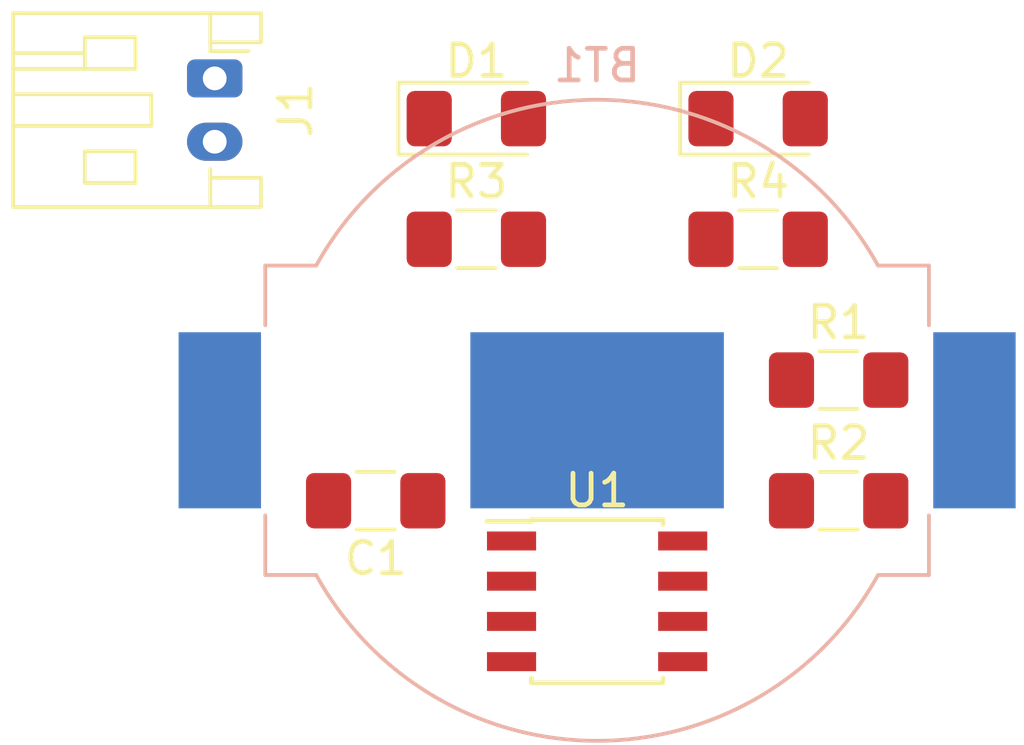
<source format=kicad_pcb>
(kicad_pcb (version 20190331) (host pcbnew "5.1.0-unknown-03bce55~82~ubuntu18.04.1")

  (general
    (thickness 1.6)
    (drawings 0)
    (tracks 0)
    (modules 10)
    (nets 11)
  )

  (page "A4")
  (layers
    (0 "Top" signal)
    (31 "Bottom" signal)
    (34 "B.Paste" user)
    (35 "F.Paste" user)
    (36 "B.SilkS" user)
    (37 "F.SilkS" user)
    (38 "B.Mask" user)
    (39 "F.Mask" user)
    (40 "Dwgs.User" user)
    (41 "Cmts.User" user)
    (42 "Eco1.User" user)
    (43 "Eco2.User" user)
    (44 "Edge.Cuts" user)
    (45 "Margin" user)
    (46 "B.CrtYd" user)
    (47 "F.CrtYd" user)
  )

  (setup
    (last_trace_width 0.1524)
    (trace_clearance 0.1524)
    (zone_clearance 0.508)
    (zone_45_only no)
    (trace_min 0.1524)
    (via_size 0.508)
    (via_drill 0.254)
    (via_min_size 0.508)
    (via_min_drill 0.254)
    (uvia_size 0.508)
    (uvia_drill 0.254)
    (uvias_allowed no)
    (uvia_min_size 0.2)
    (uvia_min_drill 0.1)
    (edge_width 0.15)
    (segment_width 0.2)
    (pcb_text_width 0.3)
    (pcb_text_size 1.5 1.5)
    (mod_edge_width 0.15)
    (mod_text_size 1 1)
    (mod_text_width 0.15)
    (pad_size 1.524 1.524)
    (pad_drill 0.762)
    (pad_to_mask_clearance 0.0508)
    (aux_axis_origin 0 0)
    (visible_elements FFFFFF7F)
    (pcbplotparams
      (layerselection 0x010fc_ffffffff)
      (usegerberextensions false)
      (usegerberattributes false)
      (usegerberadvancedattributes false)
      (creategerberjobfile false)
      (excludeedgelayer true)
      (linewidth 0.100000)
      (plotframeref false)
      (viasonmask false)
      (mode 1)
      (useauxorigin false)
      (hpglpennumber 1)
      (hpglpenspeed 20)
      (hpglpendiameter 15.000000)
      (psnegative false)
      (psa4output false)
      (plotreference true)
      (plotvalue true)
      (plotinvisibletext false)
      (padsonsilk false)
      (subtractmaskfromsilk false)
      (outputformat 1)
      (mirror false)
      (drillshape 1)
      (scaleselection 1)
      (outputdirectory ""))
  )

  (net 0 "")
  (net 1 "Net-(C1-Pad2)")
  (net 2 "GND")
  (net 3 "Net-(D1-Pad2)")
  (net 4 "Net-(D1-Pad1)")
  (net 5 "Net-(D2-Pad1)")
  (net 6 "+3V3")
  (net 7 "Net-(R1-Pad2)")
  (net 8 "Net-(U1-Pad5)")
  (net 9 "Net-(BT1-Pad1)")
  (net 10 "Net-(BT1-Pad2)")

  (net_class "Default" "This is the default net class."
    (clearance 0.1524)
    (trace_width 0.1524)
    (via_dia 0.508)
    (via_drill 0.254)
    (uvia_dia 0.508)
    (uvia_drill 0.254)
    (diff_pair_width 0.1524)
    (diff_pair_gap 0.1524)
    (add_net "+3V3")
    (add_net "GND")
    (add_net "Net-(BT1-Pad1)")
    (add_net "Net-(BT1-Pad2)")
    (add_net "Net-(C1-Pad2)")
    (add_net "Net-(D1-Pad1)")
    (add_net "Net-(D1-Pad2)")
    (add_net "Net-(D2-Pad1)")
    (add_net "Net-(R1-Pad2)")
    (add_net "Net-(U1-Pad5)")
  )

  (module "Package_SO:SOIC-8_3.9x4.9mm_P1.27mm" (layer "Top") (tedit 5A02F2D3) (tstamp 5CB5EAA1)
    (at 172.085 102.87)
    (descr "8-Lead Plastic Small Outline (SN) - Narrow, 3.90 mm Body [SOIC] (see Microchip Packaging Specification http://ww1.microchip.com/downloads/en/PackagingSpec/00000049BQ.pdf)")
    (tags "SOIC 1.27")
    (path "/5CB43957")
    (attr smd)
    (fp_text reference "U1" (at 0 -3.5) (layer "F.SilkS")
      (effects (font (size 1 1) (thickness 0.15)))
    )
    (fp_text value "LM555" (at 0 3.5) (layer "F.Fab")
      (effects (font (size 1 1) (thickness 0.15)))
    )
    (fp_line (start -2.075 -2.525) (end -3.475 -2.525) (layer "F.SilkS") (width 0.15))
    (fp_line (start -2.075 2.575) (end 2.075 2.575) (layer "F.SilkS") (width 0.15))
    (fp_line (start -2.075 -2.575) (end 2.075 -2.575) (layer "F.SilkS") (width 0.15))
    (fp_line (start -2.075 2.575) (end -2.075 2.43) (layer "F.SilkS") (width 0.15))
    (fp_line (start 2.075 2.575) (end 2.075 2.43) (layer "F.SilkS") (width 0.15))
    (fp_line (start 2.075 -2.575) (end 2.075 -2.43) (layer "F.SilkS") (width 0.15))
    (fp_line (start -2.075 -2.575) (end -2.075 -2.525) (layer "F.SilkS") (width 0.15))
    (fp_line (start -3.73 2.7) (end 3.73 2.7) (layer "F.CrtYd") (width 0.05))
    (fp_line (start -3.73 -2.7) (end 3.73 -2.7) (layer "F.CrtYd") (width 0.05))
    (fp_line (start 3.73 -2.7) (end 3.73 2.7) (layer "F.CrtYd") (width 0.05))
    (fp_line (start -3.73 -2.7) (end -3.73 2.7) (layer "F.CrtYd") (width 0.05))
    (fp_line (start -1.95 -1.45) (end -0.95 -2.45) (layer "F.Fab") (width 0.1))
    (fp_line (start -1.95 2.45) (end -1.95 -1.45) (layer "F.Fab") (width 0.1))
    (fp_line (start 1.95 2.45) (end -1.95 2.45) (layer "F.Fab") (width 0.1))
    (fp_line (start 1.95 -2.45) (end 1.95 2.45) (layer "F.Fab") (width 0.1))
    (fp_line (start -0.95 -2.45) (end 1.95 -2.45) (layer "F.Fab") (width 0.1))
    (fp_text user "%R" (at 0 0) (layer "F.Fab")
      (effects (font (size 1 1) (thickness 0.15)))
    )
    (pad "8" smd rect (at 2.7 -1.905) (size 1.55 0.6) (layers "Top" "F.Paste" "F.Mask")
      (net 6 "+3V3"))
    (pad "7" smd rect (at 2.7 -0.635) (size 1.55 0.6) (layers "Top" "F.Paste" "F.Mask")
      (net 7 "Net-(R1-Pad2)"))
    (pad "6" smd rect (at 2.7 0.635) (size 1.55 0.6) (layers "Top" "F.Paste" "F.Mask")
      (net 1 "Net-(C1-Pad2)"))
    (pad "5" smd rect (at 2.7 1.905) (size 1.55 0.6) (layers "Top" "F.Paste" "F.Mask")
      (net 8 "Net-(U1-Pad5)"))
    (pad "4" smd rect (at -2.7 1.905) (size 1.55 0.6) (layers "Top" "F.Paste" "F.Mask")
      (net 6 "+3V3"))
    (pad "3" smd rect (at -2.7 0.635) (size 1.55 0.6) (layers "Top" "F.Paste" "F.Mask")
      (net 4 "Net-(D1-Pad1)"))
    (pad "2" smd rect (at -2.7 -0.635) (size 1.55 0.6) (layers "Top" "F.Paste" "F.Mask")
      (net 1 "Net-(C1-Pad2)"))
    (pad "1" smd rect (at -2.7 -1.905) (size 1.55 0.6) (layers "Top" "F.Paste" "F.Mask")
      (net 2 "GND"))
    (model "${KISYS3DMOD}/Package_SO.3dshapes/SOIC-8_3.9x4.9mm_P1.27mm.wrl"
      (at (xyz 0 0 0))
      (scale (xyz 1 1 1))
      (rotate (xyz 0 0 0))
    )
  )

  (module "Resistor_SMD:R_1206_3216Metric_Pad1.42x1.75mm_HandSolder" (layer "Top") (tedit 5B301BBD) (tstamp 5CB5EA84)
    (at 177.165 91.44)
    (descr "Resistor SMD 1206 (3216 Metric), square (rectangular) end terminal, IPC_7351 nominal with elongated pad for handsoldering. (Body size source: http://www.tortai-tech.com/upload/download/2011102023233369053.pdf), generated with kicad-footprint-generator")
    (tags "resistor handsolder")
    (path "/5CB50108")
    (attr smd)
    (fp_text reference "R4" (at 0 -1.82) (layer "F.SilkS")
      (effects (font (size 1 1) (thickness 0.15)))
    )
    (fp_text value "1k" (at 0 1.82) (layer "F.Fab")
      (effects (font (size 1 1) (thickness 0.15)))
    )
    (fp_text user "%R" (at 0 0) (layer "F.Fab")
      (effects (font (size 0.8 0.8) (thickness 0.12)))
    )
    (fp_line (start 2.45 1.12) (end -2.45 1.12) (layer "F.CrtYd") (width 0.05))
    (fp_line (start 2.45 -1.12) (end 2.45 1.12) (layer "F.CrtYd") (width 0.05))
    (fp_line (start -2.45 -1.12) (end 2.45 -1.12) (layer "F.CrtYd") (width 0.05))
    (fp_line (start -2.45 1.12) (end -2.45 -1.12) (layer "F.CrtYd") (width 0.05))
    (fp_line (start -0.602064 0.91) (end 0.602064 0.91) (layer "F.SilkS") (width 0.12))
    (fp_line (start -0.602064 -0.91) (end 0.602064 -0.91) (layer "F.SilkS") (width 0.12))
    (fp_line (start 1.6 0.8) (end -1.6 0.8) (layer "F.Fab") (width 0.1))
    (fp_line (start 1.6 -0.8) (end 1.6 0.8) (layer "F.Fab") (width 0.1))
    (fp_line (start -1.6 -0.8) (end 1.6 -0.8) (layer "F.Fab") (width 0.1))
    (fp_line (start -1.6 0.8) (end -1.6 -0.8) (layer "F.Fab") (width 0.1))
    (pad "2" smd roundrect (at 1.4875 0) (size 1.425 1.75) (layers "Top" "F.Paste" "F.Mask") (roundrect_rratio 0.175439)
      (net 2 "GND"))
    (pad "1" smd roundrect (at -1.4875 0) (size 1.425 1.75) (layers "Top" "F.Paste" "F.Mask") (roundrect_rratio 0.175439)
      (net 5 "Net-(D2-Pad1)"))
    (model "${KISYS3DMOD}/Resistor_SMD.3dshapes/R_1206_3216Metric.wrl"
      (at (xyz 0 0 0))
      (scale (xyz 1 1 1))
      (rotate (xyz 0 0 0))
    )
  )

  (module "Resistor_SMD:R_1206_3216Metric_Pad1.42x1.75mm_HandSolder" (layer "Top") (tedit 5B301BBD) (tstamp 5CB5EA73)
    (at 168.275 91.44)
    (descr "Resistor SMD 1206 (3216 Metric), square (rectangular) end terminal, IPC_7351 nominal with elongated pad for handsoldering. (Body size source: http://www.tortai-tech.com/upload/download/2011102023233369053.pdf), generated with kicad-footprint-generator")
    (tags "resistor handsolder")
    (path "/5CB4F2EF")
    (attr smd)
    (fp_text reference "R3" (at 0 -1.82) (layer "F.SilkS")
      (effects (font (size 1 1) (thickness 0.15)))
    )
    (fp_text value "1k" (at 0 1.82) (layer "F.Fab")
      (effects (font (size 1 1) (thickness 0.15)))
    )
    (fp_text user "%R" (at 0 0) (layer "F.Fab")
      (effects (font (size 0.8 0.8) (thickness 0.12)))
    )
    (fp_line (start 2.45 1.12) (end -2.45 1.12) (layer "F.CrtYd") (width 0.05))
    (fp_line (start 2.45 -1.12) (end 2.45 1.12) (layer "F.CrtYd") (width 0.05))
    (fp_line (start -2.45 -1.12) (end 2.45 -1.12) (layer "F.CrtYd") (width 0.05))
    (fp_line (start -2.45 1.12) (end -2.45 -1.12) (layer "F.CrtYd") (width 0.05))
    (fp_line (start -0.602064 0.91) (end 0.602064 0.91) (layer "F.SilkS") (width 0.12))
    (fp_line (start -0.602064 -0.91) (end 0.602064 -0.91) (layer "F.SilkS") (width 0.12))
    (fp_line (start 1.6 0.8) (end -1.6 0.8) (layer "F.Fab") (width 0.1))
    (fp_line (start 1.6 -0.8) (end 1.6 0.8) (layer "F.Fab") (width 0.1))
    (fp_line (start -1.6 -0.8) (end 1.6 -0.8) (layer "F.Fab") (width 0.1))
    (fp_line (start -1.6 0.8) (end -1.6 -0.8) (layer "F.Fab") (width 0.1))
    (pad "2" smd roundrect (at 1.4875 0) (size 1.425 1.75) (layers "Top" "F.Paste" "F.Mask") (roundrect_rratio 0.175439)
      (net 3 "Net-(D1-Pad2)"))
    (pad "1" smd roundrect (at -1.4875 0) (size 1.425 1.75) (layers "Top" "F.Paste" "F.Mask") (roundrect_rratio 0.175439)
      (net 6 "+3V3"))
    (model "${KISYS3DMOD}/Resistor_SMD.3dshapes/R_1206_3216Metric.wrl"
      (at (xyz 0 0 0))
      (scale (xyz 1 1 1))
      (rotate (xyz 0 0 0))
    )
  )

  (module "Resistor_SMD:R_1206_3216Metric_Pad1.42x1.75mm_HandSolder" (layer "Top") (tedit 5B301BBD) (tstamp 5CB5EA62)
    (at 179.705 99.695)
    (descr "Resistor SMD 1206 (3216 Metric), square (rectangular) end terminal, IPC_7351 nominal with elongated pad for handsoldering. (Body size source: http://www.tortai-tech.com/upload/download/2011102023233369053.pdf), generated with kicad-footprint-generator")
    (tags "resistor handsolder")
    (path "/5CB50538")
    (attr smd)
    (fp_text reference "R2" (at 0 -1.82) (layer "F.SilkS")
      (effects (font (size 1 1) (thickness 0.15)))
    )
    (fp_text value "10k" (at 0 1.82) (layer "F.Fab")
      (effects (font (size 1 1) (thickness 0.15)))
    )
    (fp_text user "%R" (at 0 0) (layer "F.Fab")
      (effects (font (size 0.8 0.8) (thickness 0.12)))
    )
    (fp_line (start 2.45 1.12) (end -2.45 1.12) (layer "F.CrtYd") (width 0.05))
    (fp_line (start 2.45 -1.12) (end 2.45 1.12) (layer "F.CrtYd") (width 0.05))
    (fp_line (start -2.45 -1.12) (end 2.45 -1.12) (layer "F.CrtYd") (width 0.05))
    (fp_line (start -2.45 1.12) (end -2.45 -1.12) (layer "F.CrtYd") (width 0.05))
    (fp_line (start -0.602064 0.91) (end 0.602064 0.91) (layer "F.SilkS") (width 0.12))
    (fp_line (start -0.602064 -0.91) (end 0.602064 -0.91) (layer "F.SilkS") (width 0.12))
    (fp_line (start 1.6 0.8) (end -1.6 0.8) (layer "F.Fab") (width 0.1))
    (fp_line (start 1.6 -0.8) (end 1.6 0.8) (layer "F.Fab") (width 0.1))
    (fp_line (start -1.6 -0.8) (end 1.6 -0.8) (layer "F.Fab") (width 0.1))
    (fp_line (start -1.6 0.8) (end -1.6 -0.8) (layer "F.Fab") (width 0.1))
    (pad "2" smd roundrect (at 1.4875 0) (size 1.425 1.75) (layers "Top" "F.Paste" "F.Mask") (roundrect_rratio 0.175439)
      (net 1 "Net-(C1-Pad2)"))
    (pad "1" smd roundrect (at -1.4875 0) (size 1.425 1.75) (layers "Top" "F.Paste" "F.Mask") (roundrect_rratio 0.175439)
      (net 7 "Net-(R1-Pad2)"))
    (model "${KISYS3DMOD}/Resistor_SMD.3dshapes/R_1206_3216Metric.wrl"
      (at (xyz 0 0 0))
      (scale (xyz 1 1 1))
      (rotate (xyz 0 0 0))
    )
  )

  (module "Resistor_SMD:R_1206_3216Metric_Pad1.42x1.75mm_HandSolder" (layer "Top") (tedit 5B301BBD) (tstamp 5CB5EA51)
    (at 179.705 95.885)
    (descr "Resistor SMD 1206 (3216 Metric), square (rectangular) end terminal, IPC_7351 nominal with elongated pad for handsoldering. (Body size source: http://www.tortai-tech.com/upload/download/2011102023233369053.pdf), generated with kicad-footprint-generator")
    (tags "resistor handsolder")
    (path "/5CB50B08")
    (attr smd)
    (fp_text reference "R1" (at 0 -1.82) (layer "F.SilkS")
      (effects (font (size 1 1) (thickness 0.15)))
    )
    (fp_text value "1k" (at 0 1.82) (layer "F.Fab")
      (effects (font (size 1 1) (thickness 0.15)))
    )
    (fp_text user "%R" (at 0 0) (layer "F.Fab")
      (effects (font (size 0.8 0.8) (thickness 0.12)))
    )
    (fp_line (start 2.45 1.12) (end -2.45 1.12) (layer "F.CrtYd") (width 0.05))
    (fp_line (start 2.45 -1.12) (end 2.45 1.12) (layer "F.CrtYd") (width 0.05))
    (fp_line (start -2.45 -1.12) (end 2.45 -1.12) (layer "F.CrtYd") (width 0.05))
    (fp_line (start -2.45 1.12) (end -2.45 -1.12) (layer "F.CrtYd") (width 0.05))
    (fp_line (start -0.602064 0.91) (end 0.602064 0.91) (layer "F.SilkS") (width 0.12))
    (fp_line (start -0.602064 -0.91) (end 0.602064 -0.91) (layer "F.SilkS") (width 0.12))
    (fp_line (start 1.6 0.8) (end -1.6 0.8) (layer "F.Fab") (width 0.1))
    (fp_line (start 1.6 -0.8) (end 1.6 0.8) (layer "F.Fab") (width 0.1))
    (fp_line (start -1.6 -0.8) (end 1.6 -0.8) (layer "F.Fab") (width 0.1))
    (fp_line (start -1.6 0.8) (end -1.6 -0.8) (layer "F.Fab") (width 0.1))
    (pad "2" smd roundrect (at 1.4875 0) (size 1.425 1.75) (layers "Top" "F.Paste" "F.Mask") (roundrect_rratio 0.175439)
      (net 7 "Net-(R1-Pad2)"))
    (pad "1" smd roundrect (at -1.4875 0) (size 1.425 1.75) (layers "Top" "F.Paste" "F.Mask") (roundrect_rratio 0.175439)
      (net 6 "+3V3"))
    (model "${KISYS3DMOD}/Resistor_SMD.3dshapes/R_1206_3216Metric.wrl"
      (at (xyz 0 0 0))
      (scale (xyz 1 1 1))
      (rotate (xyz 0 0 0))
    )
  )

  (module "Connector_JST:JST_PH_S2B-PH-K_1x02_P2.00mm_Horizontal" (layer "Top") (tedit 5B7745C6) (tstamp 5CB5EA40)
    (at 160.02 86.36 270)
    (descr "JST PH series connector, S2B-PH-K (http://www.jst-mfg.com/product/pdf/eng/ePH.pdf), generated with kicad-footprint-generator")
    (tags "connector JST PH top entry")
    (path "/5CB5A20F")
    (fp_text reference "J1" (at 1 -2.55 90) (layer "F.SilkS")
      (effects (font (size 1 1) (thickness 0.15)))
    )
    (fp_text value "Conn_01x02_Female" (at 1 7.45 90) (layer "F.Fab")
      (effects (font (size 1 1) (thickness 0.15)))
    )
    (fp_text user "%R" (at 1 2.5 90) (layer "F.Fab")
      (effects (font (size 1 1) (thickness 0.15)))
    )
    (fp_line (start 0.5 1.375) (end 0 0.875) (layer "F.Fab") (width 0.1))
    (fp_line (start -0.5 1.375) (end 0.5 1.375) (layer "F.Fab") (width 0.1))
    (fp_line (start 0 0.875) (end -0.5 1.375) (layer "F.Fab") (width 0.1))
    (fp_line (start -0.86 0.14) (end -0.86 -1.075) (layer "F.SilkS") (width 0.12))
    (fp_line (start 3.25 0.25) (end -1.25 0.25) (layer "F.Fab") (width 0.1))
    (fp_line (start 3.25 -1.35) (end 3.25 0.25) (layer "F.Fab") (width 0.1))
    (fp_line (start 3.95 -1.35) (end 3.25 -1.35) (layer "F.Fab") (width 0.1))
    (fp_line (start 3.95 6.25) (end 3.95 -1.35) (layer "F.Fab") (width 0.1))
    (fp_line (start -1.95 6.25) (end 3.95 6.25) (layer "F.Fab") (width 0.1))
    (fp_line (start -1.95 -1.35) (end -1.95 6.25) (layer "F.Fab") (width 0.1))
    (fp_line (start -1.25 -1.35) (end -1.95 -1.35) (layer "F.Fab") (width 0.1))
    (fp_line (start -1.25 0.25) (end -1.25 -1.35) (layer "F.Fab") (width 0.1))
    (fp_line (start 4.45 -1.85) (end -2.45 -1.85) (layer "F.CrtYd") (width 0.05))
    (fp_line (start 4.45 6.75) (end 4.45 -1.85) (layer "F.CrtYd") (width 0.05))
    (fp_line (start -2.45 6.75) (end 4.45 6.75) (layer "F.CrtYd") (width 0.05))
    (fp_line (start -2.45 -1.85) (end -2.45 6.75) (layer "F.CrtYd") (width 0.05))
    (fp_line (start -0.8 4.1) (end -0.8 6.36) (layer "F.SilkS") (width 0.12))
    (fp_line (start -0.3 4.1) (end -0.3 6.36) (layer "F.SilkS") (width 0.12))
    (fp_line (start 2.3 2.5) (end 3.3 2.5) (layer "F.SilkS") (width 0.12))
    (fp_line (start 2.3 4.1) (end 2.3 2.5) (layer "F.SilkS") (width 0.12))
    (fp_line (start 3.3 4.1) (end 2.3 4.1) (layer "F.SilkS") (width 0.12))
    (fp_line (start 3.3 2.5) (end 3.3 4.1) (layer "F.SilkS") (width 0.12))
    (fp_line (start -0.3 2.5) (end -1.3 2.5) (layer "F.SilkS") (width 0.12))
    (fp_line (start -0.3 4.1) (end -0.3 2.5) (layer "F.SilkS") (width 0.12))
    (fp_line (start -1.3 4.1) (end -0.3 4.1) (layer "F.SilkS") (width 0.12))
    (fp_line (start -1.3 2.5) (end -1.3 4.1) (layer "F.SilkS") (width 0.12))
    (fp_line (start 4.06 0.14) (end 3.14 0.14) (layer "F.SilkS") (width 0.12))
    (fp_line (start -2.06 0.14) (end -1.14 0.14) (layer "F.SilkS") (width 0.12))
    (fp_line (start 1.5 2) (end 1.5 6.36) (layer "F.SilkS") (width 0.12))
    (fp_line (start 0.5 2) (end 1.5 2) (layer "F.SilkS") (width 0.12))
    (fp_line (start 0.5 6.36) (end 0.5 2) (layer "F.SilkS") (width 0.12))
    (fp_line (start 3.14 0.14) (end 2.86 0.14) (layer "F.SilkS") (width 0.12))
    (fp_line (start 3.14 -1.46) (end 3.14 0.14) (layer "F.SilkS") (width 0.12))
    (fp_line (start 4.06 -1.46) (end 3.14 -1.46) (layer "F.SilkS") (width 0.12))
    (fp_line (start 4.06 6.36) (end 4.06 -1.46) (layer "F.SilkS") (width 0.12))
    (fp_line (start -2.06 6.36) (end 4.06 6.36) (layer "F.SilkS") (width 0.12))
    (fp_line (start -2.06 -1.46) (end -2.06 6.36) (layer "F.SilkS") (width 0.12))
    (fp_line (start -1.14 -1.46) (end -2.06 -1.46) (layer "F.SilkS") (width 0.12))
    (fp_line (start -1.14 0.14) (end -1.14 -1.46) (layer "F.SilkS") (width 0.12))
    (fp_line (start -0.86 0.14) (end -1.14 0.14) (layer "F.SilkS") (width 0.12))
    (pad "2" thru_hole oval (at 2 0 270) (size 1.2 1.75) (drill 0.75) (layers *.Cu *.Mask)
      (net 2 "GND"))
    (pad "1" thru_hole roundrect (at 0 0 270) (size 1.2 1.75) (drill 0.75) (layers *.Cu *.Mask) (roundrect_rratio 0.208333)
      (net 6 "+3V3"))
    (model "${KISYS3DMOD}/Connector_JST.3dshapes/JST_PH_S2B-PH-K_1x02_P2.00mm_Horizontal.wrl"
      (at (xyz 0 0 0))
      (scale (xyz 1 1 1))
      (rotate (xyz 0 0 0))
    )
  )

  (module "LED_SMD:LED_1206_3216Metric_Pad1.42x1.75mm_HandSolder" (layer "Top") (tedit 5B4B45C9) (tstamp 5CB5EA11)
    (at 177.165 87.63)
    (descr "LED SMD 1206 (3216 Metric), square (rectangular) end terminal, IPC_7351 nominal, (Body size source: http://www.tortai-tech.com/upload/download/2011102023233369053.pdf), generated with kicad-footprint-generator")
    (tags "LED handsolder")
    (path "/5CB5226B")
    (attr smd)
    (fp_text reference "D2" (at 0 -1.82) (layer "F.SilkS")
      (effects (font (size 1 1) (thickness 0.15)))
    )
    (fp_text value "LED" (at 0 1.82) (layer "F.Fab")
      (effects (font (size 1 1) (thickness 0.15)))
    )
    (fp_text user "%R" (at 0 0) (layer "F.Fab")
      (effects (font (size 0.8 0.8) (thickness 0.12)))
    )
    (fp_line (start 2.45 1.12) (end -2.45 1.12) (layer "F.CrtYd") (width 0.05))
    (fp_line (start 2.45 -1.12) (end 2.45 1.12) (layer "F.CrtYd") (width 0.05))
    (fp_line (start -2.45 -1.12) (end 2.45 -1.12) (layer "F.CrtYd") (width 0.05))
    (fp_line (start -2.45 1.12) (end -2.45 -1.12) (layer "F.CrtYd") (width 0.05))
    (fp_line (start -2.46 1.135) (end 1.6 1.135) (layer "F.SilkS") (width 0.12))
    (fp_line (start -2.46 -1.135) (end -2.46 1.135) (layer "F.SilkS") (width 0.12))
    (fp_line (start 1.6 -1.135) (end -2.46 -1.135) (layer "F.SilkS") (width 0.12))
    (fp_line (start 1.6 0.8) (end 1.6 -0.8) (layer "F.Fab") (width 0.1))
    (fp_line (start -1.6 0.8) (end 1.6 0.8) (layer "F.Fab") (width 0.1))
    (fp_line (start -1.6 -0.4) (end -1.6 0.8) (layer "F.Fab") (width 0.1))
    (fp_line (start -1.2 -0.8) (end -1.6 -0.4) (layer "F.Fab") (width 0.1))
    (fp_line (start 1.6 -0.8) (end -1.2 -0.8) (layer "F.Fab") (width 0.1))
    (pad "2" smd roundrect (at 1.4875 0) (size 1.425 1.75) (layers "Top" "F.Paste" "F.Mask") (roundrect_rratio 0.175439)
      (net 4 "Net-(D1-Pad1)"))
    (pad "1" smd roundrect (at -1.4875 0) (size 1.425 1.75) (layers "Top" "F.Paste" "F.Mask") (roundrect_rratio 0.175439)
      (net 5 "Net-(D2-Pad1)"))
    (model "${KISYS3DMOD}/LED_SMD.3dshapes/LED_1206_3216Metric.wrl"
      (at (xyz 0 0 0))
      (scale (xyz 1 1 1))
      (rotate (xyz 0 0 0))
    )
  )

  (module "LED_SMD:LED_1206_3216Metric_Pad1.42x1.75mm_HandSolder" (layer "Top") (tedit 5B4B45C9) (tstamp 5CB5E9FE)
    (at 168.275 87.63)
    (descr "LED SMD 1206 (3216 Metric), square (rectangular) end terminal, IPC_7351 nominal, (Body size source: http://www.tortai-tech.com/upload/download/2011102023233369053.pdf), generated with kicad-footprint-generator")
    (tags "LED handsolder")
    (path "/5CB5169F")
    (attr smd)
    (fp_text reference "D1" (at 0 -1.82) (layer "F.SilkS")
      (effects (font (size 1 1) (thickness 0.15)))
    )
    (fp_text value "LED" (at 0 1.82) (layer "F.Fab")
      (effects (font (size 1 1) (thickness 0.15)))
    )
    (fp_text user "%R" (at 0 0) (layer "F.Fab")
      (effects (font (size 0.8 0.8) (thickness 0.12)))
    )
    (fp_line (start 2.45 1.12) (end -2.45 1.12) (layer "F.CrtYd") (width 0.05))
    (fp_line (start 2.45 -1.12) (end 2.45 1.12) (layer "F.CrtYd") (width 0.05))
    (fp_line (start -2.45 -1.12) (end 2.45 -1.12) (layer "F.CrtYd") (width 0.05))
    (fp_line (start -2.45 1.12) (end -2.45 -1.12) (layer "F.CrtYd") (width 0.05))
    (fp_line (start -2.46 1.135) (end 1.6 1.135) (layer "F.SilkS") (width 0.12))
    (fp_line (start -2.46 -1.135) (end -2.46 1.135) (layer "F.SilkS") (width 0.12))
    (fp_line (start 1.6 -1.135) (end -2.46 -1.135) (layer "F.SilkS") (width 0.12))
    (fp_line (start 1.6 0.8) (end 1.6 -0.8) (layer "F.Fab") (width 0.1))
    (fp_line (start -1.6 0.8) (end 1.6 0.8) (layer "F.Fab") (width 0.1))
    (fp_line (start -1.6 -0.4) (end -1.6 0.8) (layer "F.Fab") (width 0.1))
    (fp_line (start -1.2 -0.8) (end -1.6 -0.4) (layer "F.Fab") (width 0.1))
    (fp_line (start 1.6 -0.8) (end -1.2 -0.8) (layer "F.Fab") (width 0.1))
    (pad "2" smd roundrect (at 1.4875 0) (size 1.425 1.75) (layers "Top" "F.Paste" "F.Mask") (roundrect_rratio 0.175439)
      (net 3 "Net-(D1-Pad2)"))
    (pad "1" smd roundrect (at -1.4875 0) (size 1.425 1.75) (layers "Top" "F.Paste" "F.Mask") (roundrect_rratio 0.175439)
      (net 4 "Net-(D1-Pad1)"))
    (model "${KISYS3DMOD}/LED_SMD.3dshapes/LED_1206_3216Metric.wrl"
      (at (xyz 0 0 0))
      (scale (xyz 1 1 1))
      (rotate (xyz 0 0 0))
    )
  )

  (module "Capacitor_SMD:C_1206_3216Metric_Pad1.42x1.75mm_HandSolder" (layer "Top") (tedit 5B301BBE) (tstamp 5CB5E9EB)
    (at 165.1 99.695 180)
    (descr "Capacitor SMD 1206 (3216 Metric), square (rectangular) end terminal, IPC_7351 nominal with elongated pad for handsoldering. (Body size source: http://www.tortai-tech.com/upload/download/2011102023233369053.pdf), generated with kicad-footprint-generator")
    (tags "capacitor handsolder")
    (path "/5CB532FA")
    (attr smd)
    (fp_text reference "C1" (at 0 -1.82) (layer "F.SilkS")
      (effects (font (size 1 1) (thickness 0.15)))
    )
    (fp_text value "10uF" (at 0 1.82) (layer "F.Fab")
      (effects (font (size 1 1) (thickness 0.15)))
    )
    (fp_text user "%R" (at 0 0) (layer "F.Fab")
      (effects (font (size 0.8 0.8) (thickness 0.12)))
    )
    (fp_line (start 2.45 1.12) (end -2.45 1.12) (layer "F.CrtYd") (width 0.05))
    (fp_line (start 2.45 -1.12) (end 2.45 1.12) (layer "F.CrtYd") (width 0.05))
    (fp_line (start -2.45 -1.12) (end 2.45 -1.12) (layer "F.CrtYd") (width 0.05))
    (fp_line (start -2.45 1.12) (end -2.45 -1.12) (layer "F.CrtYd") (width 0.05))
    (fp_line (start -0.602064 0.91) (end 0.602064 0.91) (layer "F.SilkS") (width 0.12))
    (fp_line (start -0.602064 -0.91) (end 0.602064 -0.91) (layer "F.SilkS") (width 0.12))
    (fp_line (start 1.6 0.8) (end -1.6 0.8) (layer "F.Fab") (width 0.1))
    (fp_line (start 1.6 -0.8) (end 1.6 0.8) (layer "F.Fab") (width 0.1))
    (fp_line (start -1.6 -0.8) (end 1.6 -0.8) (layer "F.Fab") (width 0.1))
    (fp_line (start -1.6 0.8) (end -1.6 -0.8) (layer "F.Fab") (width 0.1))
    (pad "2" smd roundrect (at 1.4875 0 180) (size 1.425 1.75) (layers "Top" "F.Paste" "F.Mask") (roundrect_rratio 0.175439)
      (net 1 "Net-(C1-Pad2)"))
    (pad "1" smd roundrect (at -1.4875 0 180) (size 1.425 1.75) (layers "Top" "F.Paste" "F.Mask") (roundrect_rratio 0.175439)
      (net 2 "GND"))
    (model "${KISYS3DMOD}/Capacitor_SMD.3dshapes/C_1206_3216Metric.wrl"
      (at (xyz 0 0 0))
      (scale (xyz 1 1 1))
      (rotate (xyz 0 0 0))
    )
  )

  (module "Battery:BatteryHolder_MPD_BC2003_1x2032" (layer "Bottom") (tedit 5AED2918) (tstamp 5CB5E9DA)
    (at 172.085 97.155 180)
    (descr "http://www.memoryprotectiondevices.com/datasheets/BC-2003-datasheet.pdf")
    (tags "BC2003 CR2032 2032 Battery Holder")
    (path "/5CB57B92")
    (attr smd)
    (fp_text reference "BT1" (at 0 11.2) (layer "B.SilkS")
      (effects (font (size 1 1) (thickness 0.15)) (justify mirror))
    )
    (fp_text value "Battery_Cell" (at 0 -11.2) (layer "B.Fab")
      (effects (font (size 1 1) (thickness 0.15)) (justify mirror))
    )
    (fp_arc (start 0 0) (end -8.86291 -4.885) (angle 122.3) (layer "B.SilkS") (width 0.12))
    (fp_arc (start 0 0) (end 8.86291 4.885) (angle 122.2752329) (layer "B.SilkS") (width 0.12))
    (fp_arc (start 0 0) (end -8.94 -5.01) (angle 121.3) (layer "B.CrtYd") (width 0.05))
    (fp_line (start -10.6 -5.01) (end -8.94 -5.01) (layer "B.CrtYd") (width 0.05))
    (fp_line (start -10.6 -5.01) (end -10.6 -3.03) (layer "B.CrtYd") (width 0.05))
    (fp_line (start -13.45 -3.03) (end -10.6 -3.03) (layer "B.CrtYd") (width 0.05))
    (fp_line (start -13.45 3.03) (end -13.45 -3.03) (layer "B.CrtYd") (width 0.05))
    (fp_line (start -10.6 3.03) (end -13.45 3.03) (layer "B.CrtYd") (width 0.05))
    (fp_line (start -10.6 5.01) (end -10.6 3.03) (layer "B.CrtYd") (width 0.05))
    (fp_line (start -8.94 5.01) (end -10.6 5.01) (layer "B.CrtYd") (width 0.05))
    (fp_line (start 8.94 -5.01) (end 10.6 -5.01) (layer "B.CrtYd") (width 0.05))
    (fp_arc (start 0 0) (end 8.94 5.01) (angle 121.4) (layer "B.CrtYd") (width 0.05))
    (fp_line (start 10.6 -5.01) (end 10.6 -3.03) (layer "B.CrtYd") (width 0.05))
    (fp_line (start 10.6 -3.03) (end 13.45 -3.03) (layer "B.CrtYd") (width 0.05))
    (fp_line (start 13.45 3.03) (end 13.45 -3.03) (layer "B.CrtYd") (width 0.05))
    (fp_line (start 10.6 3.03) (end 13.45 3.03) (layer "B.CrtYd") (width 0.05))
    (fp_line (start 10.6 5.01) (end 10.6 3.03) (layer "B.CrtYd") (width 0.05))
    (fp_line (start 8.94 5.01) (end 10.6 5.01) (layer "B.CrtYd") (width 0.05))
    (fp_line (start 10.47 -4.885) (end 8.86291 -4.885) (layer "B.SilkS") (width 0.12))
    (fp_line (start -10.47 -4.885) (end -8.86291 -4.885) (layer "B.SilkS") (width 0.12))
    (fp_line (start 10.47 4.885) (end 8.86291 4.885) (layer "B.SilkS") (width 0.12))
    (fp_line (start 10.47 -3) (end 10.47 -4.885) (layer "B.SilkS") (width 0.12))
    (fp_line (start -10.47 -3) (end -10.47 -4.885) (layer "B.SilkS") (width 0.12))
    (fp_line (start 10.47 3) (end 10.47 4.885) (layer "B.SilkS") (width 0.12))
    (fp_line (start -10.47 3) (end -10.47 4.885) (layer "B.SilkS") (width 0.12))
    (fp_line (start -10.47 4.885) (end -8.86291 4.885) (layer "B.SilkS") (width 0.12))
    (fp_text user "%R" (at 0 0) (layer "B.Fab")
      (effects (font (size 1 1) (thickness 0.15)) (justify mirror))
    )
    (fp_line (start -12.7 1.825) (end -12.7 -1.825) (layer "B.Fab") (width 0.1))
    (fp_line (start -12.7 -1.825) (end -12 -2.525) (layer "B.Fab") (width 0.1))
    (fp_line (start -12.7 1.825) (end -12 2.525) (layer "B.Fab") (width 0.1))
    (fp_line (start -10.35 -2.525) (end -12 -2.525) (layer "B.Fab") (width 0.1))
    (fp_line (start -10.35 2.525) (end -12 2.525) (layer "B.Fab") (width 0.1))
    (fp_line (start 12.7 1.825) (end 12.7 -1.825) (layer "B.Fab") (width 0.1))
    (fp_line (start 12.7 -1.825) (end 12 -2.525) (layer "B.Fab") (width 0.1))
    (fp_line (start 12.7 1.825) (end 12 2.525) (layer "B.Fab") (width 0.1))
    (fp_line (start 10.35 2.525) (end 12 2.525) (layer "B.Fab") (width 0.1))
    (fp_line (start 10.35 -2.525) (end 12 -2.525) (layer "B.Fab") (width 0.1))
    (fp_line (start 10.35 -4.765) (end 10.35 4.765) (layer "B.Fab") (width 0.1))
    (fp_line (start -10.35 -4.765) (end -10.35 4.765) (layer "B.Fab") (width 0.1))
    (fp_line (start -10.35 4.765) (end 10.35 4.765) (layer "B.Fab") (width 0.1))
    (fp_line (start -10.35 -4.765) (end 10.35 -4.765) (layer "B.Fab") (width 0.1))
    (pad "1" smd rect (at -11.905 0 180) (size 2.6 5.56) (layers "Bottom" "B.Paste" "B.Mask")
      (net 9 "Net-(BT1-Pad1)"))
    (pad "1" smd rect (at 11.905 0 180) (size 2.6 5.56) (layers "Bottom" "B.Paste" "B.Mask")
      (net 9 "Net-(BT1-Pad1)"))
    (pad "2" smd rect (at 0 0 180) (size 8 5.56) (layers "Bottom" "B.Paste" "B.Mask")
      (net 10 "Net-(BT1-Pad2)"))
    (model "${KISYS3DMOD}/Battery.3dshapes/BatteryHolder_MPD_BC2003_1x2032.wrl"
      (at (xyz 0 0 0))
      (scale (xyz 1 1 1))
      (rotate (xyz 0 0 0))
    )
  )

)

</source>
